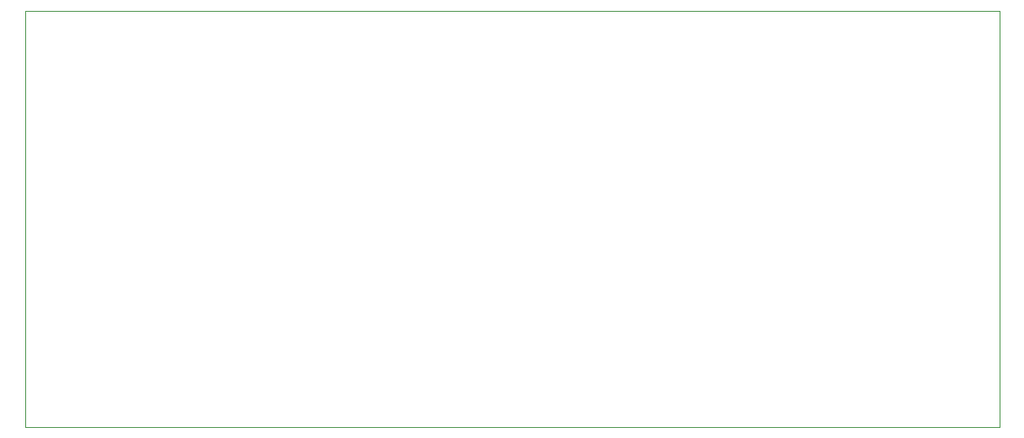
<source format=gm1>
G04 #@! TF.GenerationSoftware,KiCad,Pcbnew,7.0.5-7.0.5~ubuntu20.04.1*
G04 #@! TF.CreationDate,2023-07-15T12:39:55+02:00*
G04 #@! TF.ProjectId,omega-dca,6f6d6567-612d-4646-9361-2e6b69636164,rev?*
G04 #@! TF.SameCoordinates,Original*
G04 #@! TF.FileFunction,Profile,NP*
%FSLAX46Y46*%
G04 Gerber Fmt 4.6, Leading zero omitted, Abs format (unit mm)*
G04 Created by KiCad (PCBNEW 7.0.5-7.0.5~ubuntu20.04.1) date 2023-07-15 12:39:55*
%MOMM*%
%LPD*%
G01*
G04 APERTURE LIST*
G04 #@! TA.AperFunction,Profile*
%ADD10C,0.100000*%
G04 #@! TD*
G04 APERTURE END LIST*
D10*
X16002000Y-104902000D02*
X114046000Y-104902000D01*
X114046000Y-146812000D01*
X16002000Y-146812000D01*
X16002000Y-104902000D01*
M02*

</source>
